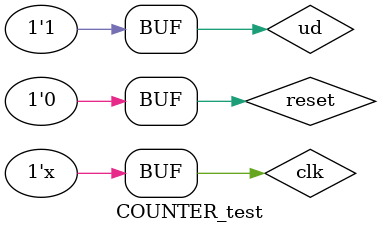
<source format=v>
`timescale 1ns / 1ps


module COUNTER_test;

	// Inputs
	reg clk;
	reg reset;
	reg ud;

	// Outputs
	wire [7:0] q;

	// Instantiate the Unit Under Test (UUT)
	UDCOUNTER uut (
		.clk(clk), 
		.reset(reset), 
		.ud(ud), 
		.q(q)
	);
always
begin
#10;clk = ~clk;
end
	initial begin
		// Initialize Inputs
		clk = 0;
		ud = 0;
		reset = 0;
		#10;
		reset = 1;
		#50;
		reset = 0;
		#600;
		ud = 1;
		#500
		
		// Wait 100 ns for global reset to finish
		#100;
        
		// Add stimulus here

	end
      
endmodule


</source>
